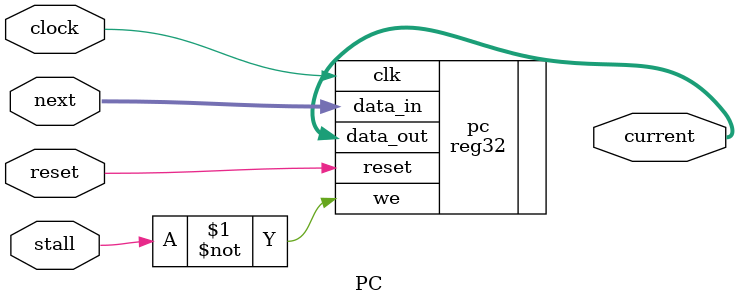
<source format=v>
module PC(
    input [31:0] next,
    input clock, 
    input stall, 
    input reset,
    output [31:0] current
);

    reg32 pc(.data_out(current), .data_in(next), .clk(clock), .we(~stall), .reset(reset));

endmodule

</source>
